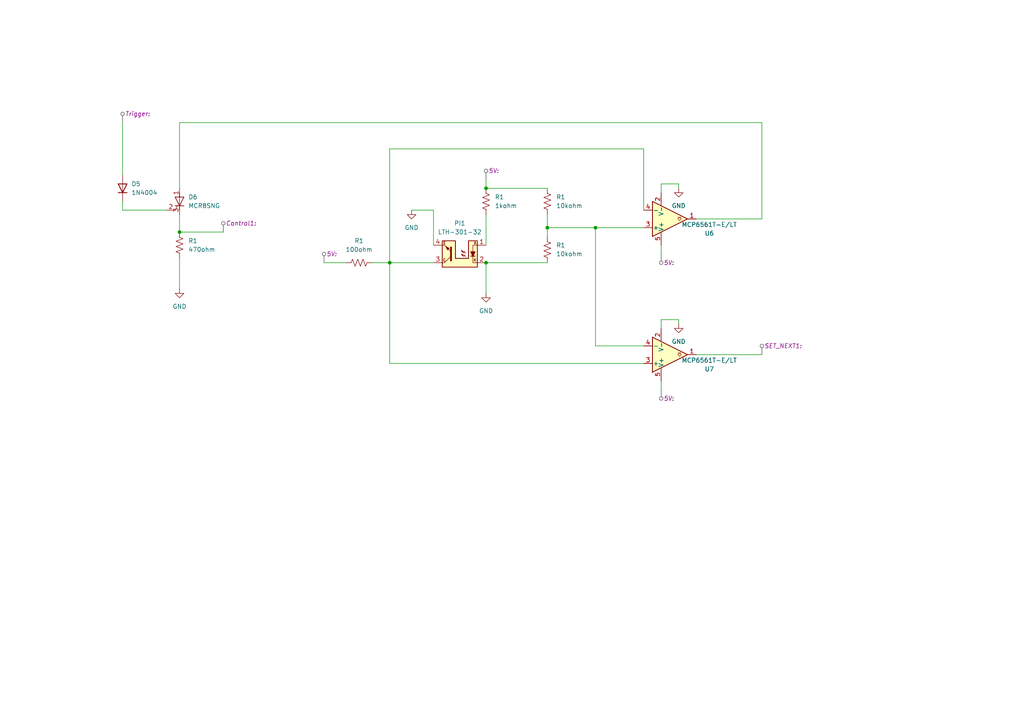
<source format=kicad_sch>
(kicad_sch (version 20230121) (generator eeschema)

  (uuid 1e63bb4d-a297-4ea4-9bd2-ef3e728d04ac)

  (paper "A4")

  (title_block
    (title "PCB:C1")
    (date "2023-12-01")
  )

  (lib_symbols
    (symbol "Comparator:MCP6566" (pin_names (offset 0.127)) (in_bom yes) (on_board yes)
      (property "Reference" "U" (at 0 5.08 0)
        (effects (font (size 1.27 1.27)) (justify left))
      )
      (property "Value" "MCP6566" (at 0 -5.08 0)
        (effects (font (size 1.27 1.27)) (justify left))
      )
      (property "Footprint" "" (at 0 -10.16 0)
        (effects (font (size 1.27 1.27)) hide)
      )
      (property "Datasheet" "http://ww1.microchip.com/downloads/en/DeviceDoc/MCP6566-6R-6U-7-9-1.8V-Low-Power-Open-Drain-Output-Comparator-DS20002143G.pdf" (at 0 0 0)
        (effects (font (size 1.27 1.27)) hide)
      )
      (property "ki_keywords" "cmp collector" (at 0 0 0)
        (effects (font (size 1.27 1.27)) hide)
      )
      (property "ki_description" "Single 1.8V Low-Power Open-Drain Output Comparator, SOT-23-5/SC-70" (at 0 0 0)
        (effects (font (size 1.27 1.27)) hide)
      )
      (property "ki_fp_filters" "SOT?23* *SC*70*" (at 0 0 0)
        (effects (font (size 1.27 1.27)) hide)
      )
      (symbol "MCP6566_0_1"
        (polyline
          (pts
            (xy -5.08 5.08)
            (xy 5.08 0)
            (xy -5.08 -5.08)
            (xy -5.08 5.08)
          )
          (stroke (width 0.254) (type default))
          (fill (type background))
        )
        (polyline
          (pts
            (xy 3.302 -0.508)
            (xy 2.794 -0.508)
            (xy 3.302 0)
            (xy 2.794 0.508)
            (xy 2.286 0)
            (xy 2.794 -0.508)
            (xy 2.286 -0.508)
          )
          (stroke (width 0.127) (type default))
          (fill (type none))
        )
        (pin power_in line (at -2.54 -7.62 90) (length 3.81)
          (name "V-" (effects (font (size 1.27 1.27))))
          (number "2" (effects (font (size 1.27 1.27))))
        )
        (pin power_in line (at -2.54 7.62 270) (length 3.81)
          (name "V+" (effects (font (size 1.27 1.27))))
          (number "5" (effects (font (size 1.27 1.27))))
        )
      )
      (symbol "MCP6566_1_1"
        (pin open_collector line (at 7.62 0 180) (length 2.54)
          (name "~" (effects (font (size 1.27 1.27))))
          (number "1" (effects (font (size 1.27 1.27))))
        )
        (pin input line (at -7.62 2.54 0) (length 2.54)
          (name "+" (effects (font (size 1.27 1.27))))
          (number "3" (effects (font (size 1.27 1.27))))
        )
        (pin input line (at -7.62 -2.54 0) (length 2.54)
          (name "-" (effects (font (size 1.27 1.27))))
          (number "4" (effects (font (size 1.27 1.27))))
        )
      )
    )
    (symbol "Device:Q_SCR_AGK" (pin_names (offset 0) hide) (in_bom yes) (on_board yes)
      (property "Reference" "D" (at 1.905 0.635 0)
        (effects (font (size 1.27 1.27)) (justify left))
      )
      (property "Value" "Q_SCR_AGK" (at 1.905 -1.27 0)
        (effects (font (size 1.27 1.27)) (justify left))
      )
      (property "Footprint" "" (at 0 0 90)
        (effects (font (size 1.27 1.27)) hide)
      )
      (property "Datasheet" "~" (at 0 0 90)
        (effects (font (size 1.27 1.27)) hide)
      )
      (property "ki_keywords" "SCR thyristor" (at 0 0 0)
        (effects (font (size 1.27 1.27)) hide)
      )
      (property "ki_description" "Silicon controlled rectifier, anode/gate/cathode" (at 0 0 0)
        (effects (font (size 1.27 1.27)) hide)
      )
      (symbol "Q_SCR_AGK_0_1"
        (polyline
          (pts
            (xy -1.27 -2.54)
            (xy -0.635 -1.27)
          )
          (stroke (width 0) (type default))
          (fill (type none))
        )
        (polyline
          (pts
            (xy -1.27 -1.27)
            (xy 1.27 -1.27)
          )
          (stroke (width 0.2032) (type default))
          (fill (type none))
        )
        (polyline
          (pts
            (xy 0 -2.54)
            (xy 0 2.54)
          )
          (stroke (width 0) (type default))
          (fill (type none))
        )
        (polyline
          (pts
            (xy -1.27 1.27)
            (xy 1.27 1.27)
            (xy 0 -1.27)
            (xy -1.27 1.27)
          )
          (stroke (width 0.2032) (type default))
          (fill (type none))
        )
      )
      (symbol "Q_SCR_AGK_1_1"
        (pin passive line (at 0 3.81 270) (length 2.54)
          (name "A" (effects (font (size 1.27 1.27))))
          (number "1" (effects (font (size 1.27 1.27))))
        )
        (pin input line (at -3.81 -2.54 0) (length 2.54)
          (name "G" (effects (font (size 1.27 1.27))))
          (number "2" (effects (font (size 1.27 1.27))))
        )
        (pin passive line (at 0 -3.81 90) (length 2.54)
          (name "K" (effects (font (size 1.27 1.27))))
          (number "3" (effects (font (size 1.27 1.27))))
        )
      )
    )
    (symbol "Device:R_US" (pin_numbers hide) (pin_names (offset 0)) (in_bom yes) (on_board yes)
      (property "Reference" "R" (at 2.54 0 90)
        (effects (font (size 1.27 1.27)))
      )
      (property "Value" "R_US" (at -2.54 0 90)
        (effects (font (size 1.27 1.27)))
      )
      (property "Footprint" "" (at 1.016 -0.254 90)
        (effects (font (size 1.27 1.27)) hide)
      )
      (property "Datasheet" "~" (at 0 0 0)
        (effects (font (size 1.27 1.27)) hide)
      )
      (property "ki_keywords" "R res resistor" (at 0 0 0)
        (effects (font (size 1.27 1.27)) hide)
      )
      (property "ki_description" "Resistor, US symbol" (at 0 0 0)
        (effects (font (size 1.27 1.27)) hide)
      )
      (property "ki_fp_filters" "R_*" (at 0 0 0)
        (effects (font (size 1.27 1.27)) hide)
      )
      (symbol "R_US_0_1"
        (polyline
          (pts
            (xy 0 -2.286)
            (xy 0 -2.54)
          )
          (stroke (width 0) (type default))
          (fill (type none))
        )
        (polyline
          (pts
            (xy 0 2.286)
            (xy 0 2.54)
          )
          (stroke (width 0) (type default))
          (fill (type none))
        )
        (polyline
          (pts
            (xy 0 -0.762)
            (xy 1.016 -1.143)
            (xy 0 -1.524)
            (xy -1.016 -1.905)
            (xy 0 -2.286)
          )
          (stroke (width 0) (type default))
          (fill (type none))
        )
        (polyline
          (pts
            (xy 0 0.762)
            (xy 1.016 0.381)
            (xy 0 0)
            (xy -1.016 -0.381)
            (xy 0 -0.762)
          )
          (stroke (width 0) (type default))
          (fill (type none))
        )
        (polyline
          (pts
            (xy 0 2.286)
            (xy 1.016 1.905)
            (xy 0 1.524)
            (xy -1.016 1.143)
            (xy 0 0.762)
          )
          (stroke (width 0) (type default))
          (fill (type none))
        )
      )
      (symbol "R_US_1_1"
        (pin passive line (at 0 3.81 270) (length 1.27)
          (name "~" (effects (font (size 1.27 1.27))))
          (number "1" (effects (font (size 1.27 1.27))))
        )
        (pin passive line (at 0 -3.81 90) (length 1.27)
          (name "~" (effects (font (size 1.27 1.27))))
          (number "2" (effects (font (size 1.27 1.27))))
        )
      )
    )
    (symbol "Diode:1N914" (pin_numbers hide) (pin_names hide) (in_bom yes) (on_board yes)
      (property "Reference" "D" (at 0 2.54 0)
        (effects (font (size 1.27 1.27)))
      )
      (property "Value" "1N914" (at 0 -2.54 0)
        (effects (font (size 1.27 1.27)))
      )
      (property "Footprint" "Diode_THT:D_DO-35_SOD27_P7.62mm_Horizontal" (at 0 -4.445 0)
        (effects (font (size 1.27 1.27)) hide)
      )
      (property "Datasheet" "http://www.vishay.com/docs/85622/1n914.pdf" (at 0 0 0)
        (effects (font (size 1.27 1.27)) hide)
      )
      (property "Sim.Device" "D" (at 0 0 0)
        (effects (font (size 1.27 1.27)) hide)
      )
      (property "Sim.Pins" "1=K 2=A" (at 0 0 0)
        (effects (font (size 1.27 1.27)) hide)
      )
      (property "ki_keywords" "diode" (at 0 0 0)
        (effects (font (size 1.27 1.27)) hide)
      )
      (property "ki_description" "100V 0.3A Small Signal Fast Switching Diode, DO-35" (at 0 0 0)
        (effects (font (size 1.27 1.27)) hide)
      )
      (property "ki_fp_filters" "D*DO?35*" (at 0 0 0)
        (effects (font (size 1.27 1.27)) hide)
      )
      (symbol "1N914_0_1"
        (polyline
          (pts
            (xy -1.27 1.27)
            (xy -1.27 -1.27)
          )
          (stroke (width 0.254) (type default))
          (fill (type none))
        )
        (polyline
          (pts
            (xy 1.27 0)
            (xy -1.27 0)
          )
          (stroke (width 0) (type default))
          (fill (type none))
        )
        (polyline
          (pts
            (xy 1.27 1.27)
            (xy 1.27 -1.27)
            (xy -1.27 0)
            (xy 1.27 1.27)
          )
          (stroke (width 0.254) (type default))
          (fill (type none))
        )
      )
      (symbol "1N914_1_1"
        (pin passive line (at -3.81 0 0) (length 2.54)
          (name "K" (effects (font (size 1.27 1.27))))
          (number "1" (effects (font (size 1.27 1.27))))
        )
        (pin passive line (at 3.81 0 180) (length 2.54)
          (name "A" (effects (font (size 1.27 1.27))))
          (number "2" (effects (font (size 1.27 1.27))))
        )
      )
    )
    (symbol "Sensor_Proximity:ITR9608-F" (in_bom yes) (on_board yes)
      (property "Reference" "U" (at -5.08 5.08 0)
        (effects (font (size 1.27 1.27)) (justify left))
      )
      (property "Value" "ITR9608-F" (at 0 -5.08 0)
        (effects (font (size 1.27 1.27)))
      )
      (property "Footprint" "OptoDevice:Everlight_ITR9608-F" (at 0 -6.35 0)
        (effects (font (size 1.27 1.27) italic) hide)
      )
      (property "Datasheet" "https://everlighteurope.com/index.php?controller=attachment&id_attachment=5389" (at -1.27 6.35 0)
        (effects (font (size 1.27 1.27)) hide)
      )
      (property "ki_keywords" "Photointerrupter opto interrupter infrared LED fast response time infrared 940nm 5mm gap" (at 0 0 0)
        (effects (font (size 1.27 1.27)) hide)
      )
      (property "ki_description" "Photointerrupter infrared LED with photo IC, -25 to +85 degree Celsius" (at 0 0 0)
        (effects (font (size 1.27 1.27)) hide)
      )
      (property "ki_fp_filters" "*ITR9608*" (at 0 0 0)
        (effects (font (size 1.27 1.27)) hide)
      )
      (symbol "ITR9608-F_0_0"
        (text "A" (at -4.445 3.175 0)
          (effects (font (size 0.762 0.762)))
        )
        (text "C" (at 4.445 -1.778 0)
          (effects (font (size 0.762 0.762)))
        )
        (text "E" (at 4.445 3.175 0)
          (effects (font (size 0.762 0.762)))
        )
        (text "K" (at -4.445 -1.778 0)
          (effects (font (size 0.762 0.762)))
        )
      )
      (symbol "ITR9608-F_0_1"
        (polyline
          (pts
            (xy -4.445 -0.635)
            (xy -3.175 -0.635)
          )
          (stroke (width 0.254) (type default))
          (fill (type none))
        )
        (polyline
          (pts
            (xy 2.54 -0.635)
            (xy 4.445 -2.54)
          )
          (stroke (width 0) (type default))
          (fill (type none))
        )
        (polyline
          (pts
            (xy 4.445 -2.54)
            (xy 5.08 -2.54)
          )
          (stroke (width 0) (type default))
          (fill (type none))
        )
        (polyline
          (pts
            (xy 4.445 2.54)
            (xy 2.54 0.635)
          )
          (stroke (width 0) (type default))
          (fill (type outline))
        )
        (polyline
          (pts
            (xy 4.445 2.54)
            (xy 5.08 2.54)
          )
          (stroke (width 0) (type default))
          (fill (type none))
        )
        (polyline
          (pts
            (xy -5.08 -2.54)
            (xy -3.81 -2.54)
            (xy -3.81 -0.635)
          )
          (stroke (width 0) (type default))
          (fill (type none))
        )
        (polyline
          (pts
            (xy -5.08 2.54)
            (xy -3.81 2.54)
            (xy -3.81 0.635)
          )
          (stroke (width 0) (type default))
          (fill (type none))
        )
        (polyline
          (pts
            (xy 2.54 -1.905)
            (xy 2.54 1.905)
            (xy 2.54 1.905)
          )
          (stroke (width 0.508) (type default))
          (fill (type none))
        )
        (polyline
          (pts
            (xy -3.81 -0.635)
            (xy -4.445 0.635)
            (xy -3.175 0.635)
            (xy -3.81 -0.635)
          )
          (stroke (width 0.254) (type default))
          (fill (type outline))
        )
        (polyline
          (pts
            (xy -1.778 0.254)
            (xy -1.2446 0.762)
            (xy -1.2446 0.254)
            (xy -0.4826 1.016)
          )
          (stroke (width 0) (type default))
          (fill (type none))
        )
        (polyline
          (pts
            (xy -0.4826 1.016)
            (xy -0.9906 0.762)
            (xy -0.7366 0.508)
            (xy -0.4826 1.016)
          )
          (stroke (width 0) (type default))
          (fill (type none))
        )
        (polyline
          (pts
            (xy 3.048 1.651)
            (xy 3.556 1.143)
            (xy 4.064 2.159)
            (xy 3.048 1.651)
            (xy 3.048 1.651)
          )
          (stroke (width 0) (type default))
          (fill (type outline))
        )
        (polyline
          (pts
            (xy -1.778 -0.762)
            (xy -1.2446 -0.254)
            (xy -1.2446 -0.762)
            (xy -0.4826 0)
            (xy -0.9906 -0.254)
            (xy -0.7366 -0.508)
            (xy -0.4826 0)
          )
          (stroke (width 0) (type default))
          (fill (type none))
        )
        (polyline
          (pts
            (xy -5.08 3.81)
            (xy -5.08 -3.81)
            (xy 5.08 -3.81)
            (xy 5.08 3.81)
            (xy 1.27 3.81)
            (xy 1.27 -1.27)
            (xy -2.54 -1.27)
            (xy -2.54 3.81)
            (xy -5.08 3.81)
          )
          (stroke (width 0.254) (type default))
          (fill (type background))
        )
      )
      (symbol "ITR9608-F_1_1"
        (pin passive line (at -7.62 2.54 0) (length 2.54)
          (name "~" (effects (font (size 1.27 1.27))))
          (number "1" (effects (font (size 1.27 1.27))))
        )
        (pin passive line (at -7.62 -2.54 0) (length 2.54)
          (name "~" (effects (font (size 1.27 1.27))))
          (number "2" (effects (font (size 1.27 1.27))))
        )
        (pin open_collector line (at 7.62 -2.54 180) (length 2.54)
          (name "~" (effects (font (size 1.27 1.27))))
          (number "3" (effects (font (size 1.27 1.27))))
        )
        (pin open_emitter line (at 7.62 2.54 180) (length 2.54)
          (name "~" (effects (font (size 1.27 1.27))))
          (number "4" (effects (font (size 1.27 1.27))))
        )
      )
    )
    (symbol "power:GND" (power) (pin_names (offset 0)) (in_bom yes) (on_board yes)
      (property "Reference" "#PWR" (at 0 -6.35 0)
        (effects (font (size 1.27 1.27)) hide)
      )
      (property "Value" "GND" (at 0 -3.81 0)
        (effects (font (size 1.27 1.27)))
      )
      (property "Footprint" "" (at 0 0 0)
        (effects (font (size 1.27 1.27)) hide)
      )
      (property "Datasheet" "" (at 0 0 0)
        (effects (font (size 1.27 1.27)) hide)
      )
      (property "ki_keywords" "global power" (at 0 0 0)
        (effects (font (size 1.27 1.27)) hide)
      )
      (property "ki_description" "Power symbol creates a global label with name \"GND\" , ground" (at 0 0 0)
        (effects (font (size 1.27 1.27)) hide)
      )
      (symbol "GND_0_1"
        (polyline
          (pts
            (xy 0 0)
            (xy 0 -1.27)
            (xy 1.27 -1.27)
            (xy 0 -2.54)
            (xy -1.27 -1.27)
            (xy 0 -1.27)
          )
          (stroke (width 0) (type default))
          (fill (type none))
        )
      )
      (symbol "GND_1_1"
        (pin power_in line (at 0 0 270) (length 0) hide
          (name "GND" (effects (font (size 1.27 1.27))))
          (number "1" (effects (font (size 1.27 1.27))))
        )
      )
    )
  )

  (junction (at 140.97 76.2) (diameter 0) (color 0 0 0 0)
    (uuid 0d614cfa-a88a-4eee-b650-8405f594a360)
  )
  (junction (at 52.07 67.31) (diameter 0) (color 0 0 0 0)
    (uuid 185bff73-5f80-4f37-8cca-8185b8e2065d)
  )
  (junction (at 158.75 66.04) (diameter 0) (color 0 0 0 0)
    (uuid 34f1dcde-14ad-4dfa-9d5e-1d67dd27fb91)
  )
  (junction (at 172.72 66.04) (diameter 0) (color 0 0 0 0)
    (uuid b90abd07-e1b4-4e31-a11b-1b09bf4b104a)
  )
  (junction (at 113.03 76.2) (diameter 0) (color 0 0 0 0)
    (uuid bd55dca1-93ac-4208-b512-3db3c197658c)
  )
  (junction (at 140.97 54.61) (diameter 0) (color 0 0 0 0)
    (uuid e1495510-2268-4d2d-8cf7-f5c1e12f9257)
  )

  (wire (pts (xy 140.97 54.61) (xy 158.75 54.61))
    (stroke (width 0) (type default))
    (uuid 0276f717-a96e-4396-941f-b978f4cdb7d6)
  )
  (wire (pts (xy 172.72 66.04) (xy 158.75 66.04))
    (stroke (width 0) (type default))
    (uuid 05b6eabe-360d-4bfe-a028-bf65c3da6fae)
  )
  (wire (pts (xy 196.85 92.71) (xy 191.77 92.71))
    (stroke (width 0) (type default))
    (uuid 09ab3167-9a55-4124-822d-b504707dfced)
  )
  (wire (pts (xy 196.85 93.98) (xy 196.85 92.71))
    (stroke (width 0) (type default))
    (uuid 10514c5b-f7e7-4a40-bd34-1abca3622d78)
  )
  (wire (pts (xy 186.69 66.04) (xy 172.72 66.04))
    (stroke (width 0) (type default))
    (uuid 14870161-aeda-4660-a4f1-dc567b7fd328)
  )
  (wire (pts (xy 191.77 53.34) (xy 191.77 55.88))
    (stroke (width 0) (type default))
    (uuid 220e23d7-7357-4fa6-b5cc-0d1549887f1e)
  )
  (wire (pts (xy 140.97 76.2) (xy 140.97 85.09))
    (stroke (width 0) (type default))
    (uuid 258a21e6-1da4-4171-b152-7733ca82fae2)
  )
  (wire (pts (xy 113.03 76.2) (xy 113.03 105.41))
    (stroke (width 0) (type default))
    (uuid 2a9231ed-5713-4f44-97c5-e0b868fc62bb)
  )
  (wire (pts (xy 158.75 62.23) (xy 158.75 66.04))
    (stroke (width 0) (type default))
    (uuid 2f49a890-a21f-4504-9f19-4e2890a32465)
  )
  (wire (pts (xy 52.07 62.23) (xy 52.07 67.31))
    (stroke (width 0) (type default))
    (uuid 37c4e9cf-3cb0-4da1-9d2b-f5b78d1f9fb4)
  )
  (wire (pts (xy 64.77 67.31) (xy 52.07 67.31))
    (stroke (width 0) (type default))
    (uuid 3b519d43-5da7-4fd6-8163-c5ed56fdea02)
  )
  (wire (pts (xy 158.75 66.04) (xy 158.75 68.58))
    (stroke (width 0) (type default))
    (uuid 42b829cd-d42e-4aec-ae0a-3d8282e3f112)
  )
  (wire (pts (xy 191.77 73.66) (xy 191.77 71.12))
    (stroke (width 0) (type default))
    (uuid 461d49db-b140-4494-ad18-04f596a872b8)
  )
  (wire (pts (xy 220.98 35.56) (xy 52.07 35.56))
    (stroke (width 0) (type default))
    (uuid 4b2862a7-69e7-48d1-97c0-3c082c7952fb)
  )
  (wire (pts (xy 140.97 62.23) (xy 140.97 71.12))
    (stroke (width 0) (type default))
    (uuid 4c1433c0-d367-4d72-80cb-f6299529c103)
  )
  (wire (pts (xy 35.56 58.42) (xy 35.56 60.96))
    (stroke (width 0) (type default))
    (uuid 60bd74f1-d1c5-4906-9fd2-1263dd2f84a3)
  )
  (wire (pts (xy 48.26 60.96) (xy 35.56 60.96))
    (stroke (width 0) (type default))
    (uuid 672964f9-3236-4b47-a85f-7078199b5a65)
  )
  (wire (pts (xy 113.03 76.2) (xy 125.73 76.2))
    (stroke (width 0) (type default))
    (uuid 6edeea46-ab69-4c02-9e87-1b85fd371dee)
  )
  (wire (pts (xy 201.93 102.87) (xy 220.98 102.87))
    (stroke (width 0) (type default))
    (uuid 71edeff0-9483-4627-acf4-9913a2f476c9)
  )
  (wire (pts (xy 172.72 100.33) (xy 186.69 100.33))
    (stroke (width 0) (type default))
    (uuid 73904e5d-7ab3-47fb-9f8e-f6828fdefe8a)
  )
  (wire (pts (xy 186.69 105.41) (xy 113.03 105.41))
    (stroke (width 0) (type default))
    (uuid 79c26633-54dc-448a-9baa-31f33f91d037)
  )
  (wire (pts (xy 140.97 52.07) (xy 140.97 54.61))
    (stroke (width 0) (type default))
    (uuid 7c95491e-4379-4cbd-b420-6f8b92225ef3)
  )
  (wire (pts (xy 196.85 54.61) (xy 196.85 53.34))
    (stroke (width 0) (type default))
    (uuid 801eaa55-a687-498a-ae7a-c6e0ecdc7541)
  )
  (wire (pts (xy 191.77 92.71) (xy 191.77 95.25))
    (stroke (width 0) (type default))
    (uuid 84a55382-e6ac-4c4b-aa0d-31808b686b68)
  )
  (wire (pts (xy 158.75 76.2) (xy 140.97 76.2))
    (stroke (width 0) (type default))
    (uuid 85cb11f3-a459-4df3-bec6-6165869eb4d0)
  )
  (wire (pts (xy 113.03 43.18) (xy 113.03 76.2))
    (stroke (width 0) (type default))
    (uuid 9735dcc3-d0a0-4258-a41c-788f7e6dec58)
  )
  (wire (pts (xy 186.69 43.18) (xy 113.03 43.18))
    (stroke (width 0) (type default))
    (uuid 9c719809-cb45-43f1-bff9-0cfddb0d12b3)
  )
  (wire (pts (xy 125.73 60.96) (xy 119.38 60.96))
    (stroke (width 0) (type default))
    (uuid 9ff614e2-ac5a-4f65-bfe9-19f3130f1838)
  )
  (wire (pts (xy 172.72 66.04) (xy 172.72 100.33))
    (stroke (width 0) (type default))
    (uuid a1fd6533-07b5-4fa4-b141-ae4ef64a525e)
  )
  (wire (pts (xy 35.56 50.8) (xy 35.56 35.56))
    (stroke (width 0) (type default))
    (uuid a8eb302c-0165-46d5-b3a7-3e807fe976d4)
  )
  (wire (pts (xy 201.93 63.5) (xy 220.98 63.5))
    (stroke (width 0) (type default))
    (uuid aeb9419c-741d-424c-850d-139cc07c97ac)
  )
  (wire (pts (xy 52.07 35.56) (xy 52.07 54.61))
    (stroke (width 0) (type default))
    (uuid afe556c6-8fca-414a-8dc7-f84ddfbf7d2e)
  )
  (wire (pts (xy 186.69 60.96) (xy 186.69 43.18))
    (stroke (width 0) (type default))
    (uuid b1579ac4-cb68-4caf-a070-dc209cb15053)
  )
  (wire (pts (xy 191.77 113.03) (xy 191.77 110.49))
    (stroke (width 0) (type default))
    (uuid bb93ad0e-dbe4-4e66-81fd-b256eea99c3c)
  )
  (wire (pts (xy 125.73 71.12) (xy 125.73 60.96))
    (stroke (width 0) (type default))
    (uuid cc14004b-dcfb-4df8-8c4a-2c96d4b8c236)
  )
  (wire (pts (xy 196.85 53.34) (xy 191.77 53.34))
    (stroke (width 0) (type default))
    (uuid ccf8d740-ba5e-42f5-a148-e734fa869970)
  )
  (wire (pts (xy 220.98 63.5) (xy 220.98 35.56))
    (stroke (width 0) (type default))
    (uuid d7795ccd-14b5-40aa-8f29-ead0dee90d88)
  )
  (wire (pts (xy 93.98 76.2) (xy 100.33 76.2))
    (stroke (width 0) (type default))
    (uuid d83520f5-a00b-464a-a84f-80f0b69596c7)
  )
  (wire (pts (xy 52.07 74.93) (xy 52.07 83.82))
    (stroke (width 0) (type default))
    (uuid d9c0573a-eb0f-40c8-8f7b-8d3b0d87e340)
  )
  (wire (pts (xy 107.95 76.2) (xy 113.03 76.2))
    (stroke (width 0) (type default))
    (uuid df8c594b-6ede-4b44-9869-057a27bf719d)
  )

  (netclass_flag "" (length 2.54) (shape round) (at 35.56 35.56 0) (fields_autoplaced)
    (effects (font (size 1.27 1.27)) (justify left bottom))
    (uuid 3a0cc1a7-7a0d-428d-9e16-8ee3bdcadecb)
    (property "Trigger" "" (at 36.2585 33.02 0) (show_name)
      (effects (font (size 1.27 1.27) italic) (justify left))
    )
  )
  (netclass_flag "" (length 2.54) (shape round) (at 93.98 76.2 0) (fields_autoplaced)
    (effects (font (size 1.27 1.27)) (justify left bottom))
    (uuid 96b4adfb-b8d7-45e7-a215-89debf146d8f)
    (property "5V" "" (at 94.6785 73.66 0) (show_name)
      (effects (font (size 1.27 1.27) italic) (justify left))
    )
  )
  (netclass_flag "" (length 2.54) (shape round) (at 64.77 67.31 0) (fields_autoplaced)
    (effects (font (size 1.27 1.27)) (justify left bottom))
    (uuid 97903526-7727-407d-93f7-ca2e6bb3bb7a)
    (property "Control1" "" (at 65.4685 64.77 0) (show_name)
      (effects (font (size 1.27 1.27) italic) (justify left))
    )
  )
  (netclass_flag "" (length 2.54) (shape round) (at 220.98 102.87 0) (fields_autoplaced)
    (effects (font (size 1.27 1.27)) (justify left bottom))
    (uuid 98d0ac6f-8b40-430c-8c8b-7383984799e9)
    (property "SET_NEXT1" "" (at 221.6785 100.33 0) (show_name)
      (effects (font (size 1.27 1.27) italic) (justify left))
    )
  )
  (netclass_flag "" (length 2.54) (shape round) (at 191.77 113.03 180) (fields_autoplaced)
    (effects (font (size 1.27 1.27)) (justify right bottom))
    (uuid e185459c-c726-46b1-9054-9b1375ce5da0)
    (property "5V" "" (at 192.4685 115.57 0) (show_name)
      (effects (font (size 1.27 1.27) italic) (justify left))
    )
  )
  (netclass_flag "" (length 2.54) (shape round) (at 191.77 73.66 180) (fields_autoplaced)
    (effects (font (size 1.27 1.27)) (justify right bottom))
    (uuid e8fc2e8e-4677-48bd-b8c8-5101d0f5c583)
    (property "5V" "" (at 192.4685 76.2 0) (show_name)
      (effects (font (size 1.27 1.27) italic) (justify left))
    )
  )
  (netclass_flag "" (length 2.54) (shape round) (at 140.97 52.07 0) (fields_autoplaced)
    (effects (font (size 1.27 1.27)) (justify left bottom))
    (uuid ed1f729c-11b4-44c6-9823-f8550719b8f3)
    (property "5V" "" (at 141.6685 49.53 0) (show_name)
      (effects (font (size 1.27 1.27) italic) (justify left))
    )
  )

  (symbol (lib_id "power:GND") (at 119.38 60.96 0) (unit 1)
    (in_bom yes) (on_board yes) (dnp no) (fields_autoplaced)
    (uuid 0b7e9ce9-eb42-41ba-b2c2-78d28965c8dd)
    (property "Reference" "#PWR013" (at 119.38 67.31 0)
      (effects (font (size 1.27 1.27)) hide)
    )
    (property "Value" "GND" (at 119.38 66.04 0)
      (effects (font (size 1.27 1.27)))
    )
    (property "Footprint" "" (at 119.38 60.96 0)
      (effects (font (size 1.27 1.27)) hide)
    )
    (property "Datasheet" "" (at 119.38 60.96 0)
      (effects (font (size 1.27 1.27)) hide)
    )
    (pin "1" (uuid bdb944a6-91b3-4c83-9ee1-6ed725665dbc))
    (instances
      (project "Schem1"
        (path "/911b5eb8-7b6c-425b-b090-765c473021df/89303584-90b3-4284-9cfe-6f4b21b3b21a"
          (reference "#PWR013") (unit 1)
        )
      )
    )
  )

  (symbol (lib_id "power:GND") (at 196.85 54.61 0) (unit 1)
    (in_bom yes) (on_board yes) (dnp no)
    (uuid 1b7e5dfb-0611-459a-8f44-9ce210e44665)
    (property "Reference" "#PWR010" (at 196.85 60.96 0)
      (effects (font (size 1.27 1.27)) hide)
    )
    (property "Value" "GND" (at 196.85 59.69 0)
      (effects (font (size 1.27 1.27)))
    )
    (property "Footprint" "" (at 196.85 54.61 0)
      (effects (font (size 1.27 1.27)) hide)
    )
    (property "Datasheet" "" (at 196.85 54.61 0)
      (effects (font (size 1.27 1.27)) hide)
    )
    (pin "1" (uuid 25fc0007-9a3c-40ac-94f6-235db10a406d))
    (instances
      (project "Schem1"
        (path "/911b5eb8-7b6c-425b-b090-765c473021df/89303584-90b3-4284-9cfe-6f4b21b3b21a"
          (reference "#PWR010") (unit 1)
        )
      )
    )
  )

  (symbol (lib_id "power:GND") (at 196.85 93.98 0) (unit 1)
    (in_bom yes) (on_board yes) (dnp no)
    (uuid 3305f542-05cb-42c2-b56d-3e8bde478574)
    (property "Reference" "#PWR011" (at 196.85 100.33 0)
      (effects (font (size 1.27 1.27)) hide)
    )
    (property "Value" "GND" (at 196.85 99.06 0)
      (effects (font (size 1.27 1.27)))
    )
    (property "Footprint" "" (at 196.85 93.98 0)
      (effects (font (size 1.27 1.27)) hide)
    )
    (property "Datasheet" "" (at 196.85 93.98 0)
      (effects (font (size 1.27 1.27)) hide)
    )
    (pin "1" (uuid 62178d4b-7bd5-498e-bbfb-6307bd29ec24))
    (instances
      (project "Schem1"
        (path "/911b5eb8-7b6c-425b-b090-765c473021df/89303584-90b3-4284-9cfe-6f4b21b3b21a"
          (reference "#PWR011") (unit 1)
        )
      )
    )
  )

  (symbol (lib_id "Device:Q_SCR_AGK") (at 52.07 58.42 0) (unit 1)
    (in_bom yes) (on_board yes) (dnp no) (fields_autoplaced)
    (uuid 47fb06c9-ec39-47aa-9e58-fc8971f708a2)
    (property "Reference" "D6" (at 54.61 57.15 0)
      (effects (font (size 1.27 1.27)) (justify left))
    )
    (property "Value" "MCR8SNG" (at 54.61 59.69 0)
      (effects (font (size 1.27 1.27)) (justify left))
    )
    (property "Footprint" "" (at 52.07 58.42 90)
      (effects (font (size 1.27 1.27)) hide)
    )
    (property "Datasheet" "~" (at 52.07 58.42 90)
      (effects (font (size 1.27 1.27)) hide)
    )
    (pin "2" (uuid 4bef15f1-8017-4100-b649-075009eb5901))
    (pin "1" (uuid 700935ea-8889-4928-9c63-5316e38fdaf4))
    (pin "3" (uuid 699048b4-1169-4c50-b524-85a769f47419))
    (instances
      (project "Schem1"
        (path "/911b5eb8-7b6c-425b-b090-765c473021df/89303584-90b3-4284-9cfe-6f4b21b3b21a"
          (reference "D6") (unit 1)
        )
      )
    )
  )

  (symbol (lib_id "Device:R_US") (at 140.97 58.42 0) (unit 1)
    (in_bom yes) (on_board yes) (dnp no) (fields_autoplaced)
    (uuid 673d8f75-64ca-4eb3-ba75-bd7afcbad073)
    (property "Reference" "R1" (at 143.51 57.15 0)
      (effects (font (size 1.27 1.27)) (justify left))
    )
    (property "Value" "1kohm" (at 143.51 59.69 0)
      (effects (font (size 1.27 1.27)) (justify left))
    )
    (property "Footprint" "" (at 141.986 58.674 90)
      (effects (font (size 1.27 1.27)) hide)
    )
    (property "Datasheet" "~" (at 140.97 58.42 0)
      (effects (font (size 1.27 1.27)) hide)
    )
    (pin "2" (uuid a86de058-5392-4df9-a6aa-e1a18c3dcf4f))
    (pin "1" (uuid cc28930d-5ace-4879-9c2c-8e3fab62a3e7))
    (instances
      (project "Schem1"
        (path "/911b5eb8-7b6c-425b-b090-765c473021df"
          (reference "R1") (unit 1)
        )
        (path "/911b5eb8-7b6c-425b-b090-765c473021df/89303584-90b3-4284-9cfe-6f4b21b3b21a"
          (reference "R7") (unit 1)
        )
      )
    )
  )

  (symbol (lib_id "Comparator:MCP6566") (at 194.31 102.87 0) (mirror x) (unit 1)
    (in_bom yes) (on_board yes) (dnp no) (fields_autoplaced)
    (uuid 83a8ed4f-2e85-4771-8eef-517960aebffa)
    (property "Reference" "U7" (at 205.74 107.0609 0)
      (effects (font (size 1.27 1.27)))
    )
    (property "Value" "MCP6561T-E/LT" (at 205.74 104.5209 0)
      (effects (font (size 1.27 1.27)))
    )
    (property "Footprint" "" (at 194.31 92.71 0)
      (effects (font (size 1.27 1.27)) hide)
    )
    (property "Datasheet" "https://ww1.microchip.com/downloads/en/DeviceDoc/MCP6561-1R-1U-2-4-1.8V-Low-Power-Push-Pull-Output-Comparator-DS20002139E.pdf" (at 194.31 102.87 0)
      (effects (font (size 1.27 1.27)) hide)
    )
    (pin "5" (uuid f2dc909c-b0f0-44e5-8aad-f406b62c7bb7))
    (pin "4" (uuid 845cb9b9-fd89-46bc-a3d5-aa930f425482))
    (pin "1" (uuid bc9d5130-d2f5-4767-8262-ed1d8098caff))
    (pin "2" (uuid dcce0d80-69c7-44e1-9aeb-7cbeb98841b8))
    (pin "3" (uuid 39876078-fef0-4fcc-a3f7-cb510bddeba8))
    (instances
      (project "Schem1"
        (path "/911b5eb8-7b6c-425b-b090-765c473021df/89303584-90b3-4284-9cfe-6f4b21b3b21a"
          (reference "U7") (unit 1)
        )
      )
    )
  )

  (symbol (lib_id "Diode:1N914") (at 35.56 54.61 90) (unit 1)
    (in_bom yes) (on_board yes) (dnp no) (fields_autoplaced)
    (uuid 84628f06-83d1-4b84-8749-ccb44ee02ba9)
    (property "Reference" "D5" (at 38.1 53.34 90)
      (effects (font (size 1.27 1.27)) (justify right))
    )
    (property "Value" "1N4004" (at 38.1 55.88 90)
      (effects (font (size 1.27 1.27)) (justify right))
    )
    (property "Footprint" "Diode_THT:D_DO-35_SOD27_P7.62mm_Horizontal" (at 40.005 54.61 0)
      (effects (font (size 1.27 1.27)) hide)
    )
    (property "Datasheet" "http://www.vishay.com/docs/85622/1n914.pdf" (at 35.56 54.61 0)
      (effects (font (size 1.27 1.27)) hide)
    )
    (property "Sim.Device" "D" (at 35.56 54.61 0)
      (effects (font (size 1.27 1.27)) hide)
    )
    (property "Sim.Pins" "1=K 2=A" (at 35.56 54.61 0)
      (effects (font (size 1.27 1.27)) hide)
    )
    (pin "2" (uuid d82a194c-3f4a-40c8-b44e-ae28a0ae7527))
    (pin "1" (uuid f2658626-43b4-4057-8831-5f1b8c51c837))
    (instances
      (project "Schem1"
        (path "/911b5eb8-7b6c-425b-b090-765c473021df"
          (reference "D5") (unit 1)
        )
        (path "/911b5eb8-7b6c-425b-b090-765c473021df/f1eb5bf7-cb18-41d2-af62-ebbfe03c356f"
          (reference "D5") (unit 1)
        )
        (path "/911b5eb8-7b6c-425b-b090-765c473021df/89303584-90b3-4284-9cfe-6f4b21b3b21a"
          (reference "D7") (unit 1)
        )
      )
    )
  )

  (symbol (lib_id "Device:R_US") (at 52.07 71.12 0) (unit 1)
    (in_bom yes) (on_board yes) (dnp no) (fields_autoplaced)
    (uuid 97233bc1-55df-4eab-8bca-012d96f52808)
    (property "Reference" "R1" (at 54.61 69.85 0)
      (effects (font (size 1.27 1.27)) (justify left))
    )
    (property "Value" "470ohm" (at 54.61 72.39 0)
      (effects (font (size 1.27 1.27)) (justify left))
    )
    (property "Footprint" "" (at 53.086 71.374 90)
      (effects (font (size 1.27 1.27)) hide)
    )
    (property "Datasheet" "~" (at 52.07 71.12 0)
      (effects (font (size 1.27 1.27)) hide)
    )
    (pin "2" (uuid f0847731-6596-44b6-8311-6c6b0b5e4f1d))
    (pin "1" (uuid 34a1ffa5-ee00-498b-9498-82b916b252af))
    (instances
      (project "Schem1"
        (path "/911b5eb8-7b6c-425b-b090-765c473021df"
          (reference "R1") (unit 1)
        )
        (path "/911b5eb8-7b6c-425b-b090-765c473021df/89303584-90b3-4284-9cfe-6f4b21b3b21a"
          (reference "R11") (unit 1)
        )
      )
    )
  )

  (symbol (lib_id "power:GND") (at 52.07 83.82 0) (unit 1)
    (in_bom yes) (on_board yes) (dnp no) (fields_autoplaced)
    (uuid acc7b254-d70d-411e-98cb-cb13fa09fce6)
    (property "Reference" "#PWR012" (at 52.07 90.17 0)
      (effects (font (size 1.27 1.27)) hide)
    )
    (property "Value" "GND" (at 52.07 88.9 0)
      (effects (font (size 1.27 1.27)))
    )
    (property "Footprint" "" (at 52.07 83.82 0)
      (effects (font (size 1.27 1.27)) hide)
    )
    (property "Datasheet" "" (at 52.07 83.82 0)
      (effects (font (size 1.27 1.27)) hide)
    )
    (pin "1" (uuid 07723a73-c23b-4e9d-beda-5ee89ed92398))
    (instances
      (project "Schem1"
        (path "/911b5eb8-7b6c-425b-b090-765c473021df/89303584-90b3-4284-9cfe-6f4b21b3b21a"
          (reference "#PWR012") (unit 1)
        )
      )
    )
  )

  (symbol (lib_id "Sensor_Proximity:ITR9608-F") (at 133.35 73.66 0) (mirror y) (unit 1)
    (in_bom yes) (on_board yes) (dnp no)
    (uuid cbf69c7d-dd38-4b1a-9217-c2d41a9c91a0)
    (property "Reference" "PI1" (at 133.35 64.77 0)
      (effects (font (size 1.27 1.27)))
    )
    (property "Value" "LTH-301-32" (at 133.35 67.31 0)
      (effects (font (size 1.27 1.27)))
    )
    (property "Footprint" "" (at 133.35 80.01 0)
      (effects (font (size 1.27 1.27) italic) hide)
    )
    (property "Datasheet" "" (at 134.62 67.31 0)
      (effects (font (size 1.27 1.27)) hide)
    )
    (pin "2" (uuid eb4d788c-c455-4897-ab2a-eebe3cfedf29))
    (pin "3" (uuid bbc91221-f5f9-4072-bf33-2412c99fa7ff))
    (pin "4" (uuid 353a76fe-9a20-4ac4-89c0-a1b43a4f7e8c))
    (pin "1" (uuid 8a1b3ef3-0149-452f-b83b-4b75022cffd9))
    (instances
      (project "Schem1"
        (path "/911b5eb8-7b6c-425b-b090-765c473021df"
          (reference "PI1") (unit 1)
        )
        (path "/911b5eb8-7b6c-425b-b090-765c473021df/89303584-90b3-4284-9cfe-6f4b21b3b21a"
          (reference "PI1") (unit 1)
        )
      )
    )
  )

  (symbol (lib_id "Device:R_US") (at 158.75 72.39 0) (unit 1)
    (in_bom yes) (on_board yes) (dnp no) (fields_autoplaced)
    (uuid ce827176-c8d3-42fd-bcdb-439a8607f231)
    (property "Reference" "R1" (at 161.29 71.12 0)
      (effects (font (size 1.27 1.27)) (justify left))
    )
    (property "Value" "10kohm" (at 161.29 73.66 0)
      (effects (font (size 1.27 1.27)) (justify left))
    )
    (property "Footprint" "" (at 159.766 72.644 90)
      (effects (font (size 1.27 1.27)) hide)
    )
    (property "Datasheet" "~" (at 158.75 72.39 0)
      (effects (font (size 1.27 1.27)) hide)
    )
    (pin "2" (uuid 1a003b6a-495b-49cc-9e81-cabcc30471bd))
    (pin "1" (uuid 10db99d7-bfdb-4d01-a30a-387600ad021a))
    (instances
      (project "Schem1"
        (path "/911b5eb8-7b6c-425b-b090-765c473021df"
          (reference "R1") (unit 1)
        )
        (path "/911b5eb8-7b6c-425b-b090-765c473021df/89303584-90b3-4284-9cfe-6f4b21b3b21a"
          (reference "R9") (unit 1)
        )
      )
    )
  )

  (symbol (lib_id "Device:R_US") (at 158.75 58.42 0) (unit 1)
    (in_bom yes) (on_board yes) (dnp no) (fields_autoplaced)
    (uuid d0218cde-7974-46f4-9d09-c8dd7c56f63d)
    (property "Reference" "R1" (at 161.29 57.15 0)
      (effects (font (size 1.27 1.27)) (justify left))
    )
    (property "Value" "10kohm" (at 161.29 59.69 0)
      (effects (font (size 1.27 1.27)) (justify left))
    )
    (property "Footprint" "" (at 159.766 58.674 90)
      (effects (font (size 1.27 1.27)) hide)
    )
    (property "Datasheet" "~" (at 158.75 58.42 0)
      (effects (font (size 1.27 1.27)) hide)
    )
    (pin "2" (uuid 34e30b98-0f88-4ea4-bf98-b4e6143b6a06))
    (pin "1" (uuid f2730a3b-7d4f-4dfc-92bc-314b1d6f9c65))
    (instances
      (project "Schem1"
        (path "/911b5eb8-7b6c-425b-b090-765c473021df"
          (reference "R1") (unit 1)
        )
        (path "/911b5eb8-7b6c-425b-b090-765c473021df/89303584-90b3-4284-9cfe-6f4b21b3b21a"
          (reference "R8") (unit 1)
        )
      )
    )
  )

  (symbol (lib_id "Comparator:MCP6566") (at 194.31 63.5 0) (mirror x) (unit 1)
    (in_bom yes) (on_board yes) (dnp no) (fields_autoplaced)
    (uuid dba9e7e7-91a5-41fa-9b78-e0c8f6886831)
    (property "Reference" "U6" (at 205.74 67.6909 0)
      (effects (font (size 1.27 1.27)))
    )
    (property "Value" "MCP6561T-E/LT" (at 205.74 65.1509 0)
      (effects (font (size 1.27 1.27)))
    )
    (property "Footprint" "" (at 194.31 53.34 0)
      (effects (font (size 1.27 1.27)) hide)
    )
    (property "Datasheet" "https://ww1.microchip.com/downloads/en/DeviceDoc/MCP6561-1R-1U-2-4-1.8V-Low-Power-Push-Pull-Output-Comparator-DS20002139E.pdf" (at 194.31 63.5 0)
      (effects (font (size 1.27 1.27)) hide)
    )
    (pin "5" (uuid 74a793f7-2516-4eee-b811-aa46b041141a))
    (pin "4" (uuid 950e57f7-7520-41bd-a00e-cd41e56eed8a))
    (pin "1" (uuid 91910279-cef8-404b-ab93-e82c9609b1ed))
    (pin "2" (uuid db52e6fa-7d45-4973-aa6e-d3c08cdd1b92))
    (pin "3" (uuid 60770559-90ca-49a9-97c2-01153c823038))
    (instances
      (project "Schem1"
        (path "/911b5eb8-7b6c-425b-b090-765c473021df/89303584-90b3-4284-9cfe-6f4b21b3b21a"
          (reference "U6") (unit 1)
        )
      )
    )
  )

  (symbol (lib_id "Device:R_US") (at 104.14 76.2 90) (unit 1)
    (in_bom yes) (on_board yes) (dnp no) (fields_autoplaced)
    (uuid fba62d1e-f56f-4b6b-8d6b-123a1f755924)
    (property "Reference" "R1" (at 104.14 69.85 90)
      (effects (font (size 1.27 1.27)))
    )
    (property "Value" "100ohm" (at 104.14 72.39 90)
      (effects (font (size 1.27 1.27)))
    )
    (property "Footprint" "" (at 104.394 75.184 90)
      (effects (font (size 1.27 1.27)) hide)
    )
    (property "Datasheet" "~" (at 104.14 76.2 0)
      (effects (font (size 1.27 1.27)) hide)
    )
    (pin "2" (uuid d7e2e1a0-785c-432d-8f4c-fad7c270504c))
    (pin "1" (uuid 01529539-636a-4085-acdb-aed319b86e75))
    (instances
      (project "Schem1"
        (path "/911b5eb8-7b6c-425b-b090-765c473021df"
          (reference "R1") (unit 1)
        )
        (path "/911b5eb8-7b6c-425b-b090-765c473021df/89303584-90b3-4284-9cfe-6f4b21b3b21a"
          (reference "R10") (unit 1)
        )
      )
    )
  )

  (symbol (lib_id "power:GND") (at 140.97 85.09 0) (unit 1)
    (in_bom yes) (on_board yes) (dnp no) (fields_autoplaced)
    (uuid fc2d3c69-6eb0-432b-b0c9-fdef99fa4ed9)
    (property "Reference" "#PWR09" (at 140.97 91.44 0)
      (effects (font (size 1.27 1.27)) hide)
    )
    (property "Value" "GND" (at 140.97 90.17 0)
      (effects (font (size 1.27 1.27)))
    )
    (property "Footprint" "" (at 140.97 85.09 0)
      (effects (font (size 1.27 1.27)) hide)
    )
    (property "Datasheet" "" (at 140.97 85.09 0)
      (effects (font (size 1.27 1.27)) hide)
    )
    (pin "1" (uuid 186a4050-7717-47e3-a65b-5f52d9265cad))
    (instances
      (project "Schem1"
        (path "/911b5eb8-7b6c-425b-b090-765c473021df/89303584-90b3-4284-9cfe-6f4b21b3b21a"
          (reference "#PWR09") (unit 1)
        )
      )
    )
  )
)

</source>
